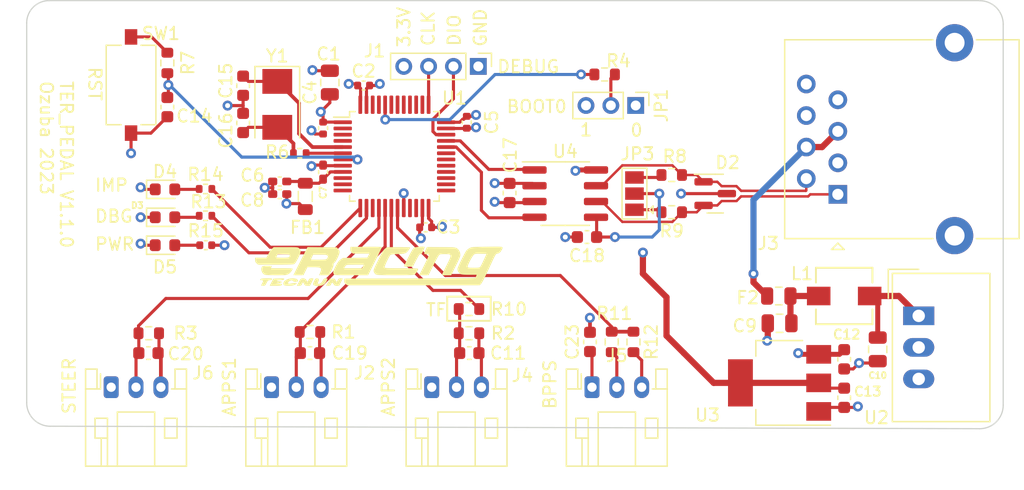
<source format=kicad_pcb>
(kicad_pcb (version 20221018) (generator pcbnew)
  (layers (0 "F.Cu" signal) (1 "In1.Cu" power "GND") (2 "In2.Cu" power "PWR") (31 "B.Cu" signal) (34 "B.Paste" user) (35 "F.Paste" user) (36 "B.SilkS" user "B.Silkscreen") (37 "F.SilkS" user "F.Silkscreen") (38 "B.Mask" user) (39 "F.Mask" user) (44 "Edge.Cuts" user))
  (net 0 "")
  (net 1 "+3.3V")
  (net 2 "GND")
  (net 3 "+3.3VADC")
  (net 4 "+5V")
  (net 5 "/MICRO/NRST")
  (net 6 "/MICRO/OSC_IN")
  (net 7 "Net-(C16-Pad1)")
  (net 8 "/CAN/VREF")
  (net 9 "/MICRO/STEER_ADC")
  (net 11 "/CAN/CAN+")
  (net 12 "/CAN/CAN-")
  (net 13 "Net-(D3-A)")
  (net 14 "Net-(D4-A)")
  (net 15 "Net-(D5-A)")
  (net 16 "+24V")
  (net 17 "/MICRO/SWDIO")
  (net 18 "/MICRO/SWCLK")
  (net 19 "/SENSORS/SENS_1")
  (net 20 "/SENSORS/SENS_2")
  (net 21 "/SENSORS/Brake")
  (net 22 "Net-(JP1-C)")
  (net 23 "Net-(JP3-A)")
  (net 24 "Net-(JP3-B)")
  (net 25 "/MICRO/BOOT0")
  (net 26 "/MICRO/OSC_OUT")
  (net 27 "/MICRO/APPS_2_ADC")
  (net 28 "/MICRO/BPPS_ADC")
  (net 29 "/DBG_LED")
  (net 30 "/IMP_LED")
  (net 48 "/CAN/CAN_RX")
  (net 49 "/CAN/CAN_TX")
  (net 56 "Net-(SW1-B)")
  (net 59 "Net-(C9-Pad1)")
  (net 60 "Net-(U2-Vin)")
  (footprint "Resistor_SMD:R_0603_1608Metric" (layer "F.Cu") (at 147 101.05 180)
    (fp_text reference "R10")
    (fp_text value "2k")
  )
  (footprint "LED_SMD:LED_0603_1608Metric" (layer "F.Cu") (at 122.5325 93.658)
    (fp_text reference "D3")
    (fp_text value "LED")
  )
  (footprint "LED_SMD:LED_0603_1608Metric" (layer "F.Cu") (at 122.5325 95.908)
    (fp_text reference "D5")
    (fp_text value "LED")
  )
  (footprint "Capacitor_SMD:C_0402_1005Metric" (layer "F.Cu") (at 138.52 83.039)
    (fp_text reference "C2")
    (fp_text value "100n")
  )
  (footprint "Capacitor_SMD:C_0603_1608Metric" (layer "F.Cu") (at 177.2 105.1 -90)
    (fp_text reference "C12")
    (fp_text value "10u")
  )
  (footprint "Resistor_SMD:R_0603_1608Metric" (layer "F.Cu") (at 158.49 103.7 90)
    (fp_text reference "R11")
    (fp_text value "4.7k")
  )
  (footprint "Capacitor_SMD:C_0603_1608Metric" (layer "F.Cu") (at 150.27 91.7 -90)
    (fp_text reference "C17")
    (fp_text value "100n")
  )
  (footprint "Capacitor_SMD:C_0603_1608Metric" (layer "F.Cu") (at 156.74 103.7 90)
    (fp_text reference "C23")
    (fp_text value "10u")
  )
  (footprint "Resistor_SMD:R_0402_1005Metric" (layer "F.Cu") (at 125.7925 93.5355)
    (fp_text reference "R13")
    (fp_text value "120R")
  )
  (footprint "Capacitor_SMD:C_0402_1005Metric_Pad0.74x0.62mm_HandSolder" (layer "F.Cu") (at 131.7675 90.772 180)
    (fp_text reference "C6")
    (fp_text value "10n")
  )
  (footprint "Connector_JST:JST_PH_S3B-PH-K_1x03_P2.00mm_Horizontal" (layer "F.Cu") (at 118.2 107.35)
    (fp_text reference "J6")
    (fp_text value "SteerSensor")
  )
  (footprint "MountingHole:MountingHole_2.2mm_M2" (layer "F.Cu") (at 165.6 99.2)
    (fp_text reference "H3" hide)
    (fp_text value "MountingHole")
  )
  (footprint "Package_TO_SOT_SMD:SOT-223-3_TabPin2" (layer "F.Cu") (at 172 107 180)
    (fp_text reference "U3")
    (fp_text value "LM1117MP-3.3")
  )
  (footprint "Capacitor_SMD:C_0805_2012Metric" (layer "F.Cu") (at 172 102.2 180)
    (fp_text reference "C9")
    (fp_text value "10 µF")
  )
  (footprint "MountingHole:MountingHole_2.2mm_M2" (layer "F.Cu") (at 165.6 79.4)
    (fp_text reference "H4" hide)
    (fp_text value "MountingHole")
  )
  (footprint "Resistor_SMD:R_0603_1608Metric" (layer "F.Cu") (at 163.32 90.25 180)
    (fp_text reference "R8")
    (fp_text value "50R")
  )
  (footprint "Jumper:SolderJumper-3_P1.3mm_Open_Pad1.0x1.5mm" (layer "F.Cu") (at 160.32 91.75 90)
    (fp_text reference "JP3")
    (fp_text value "TermEnable")
  )
  (footprint "Capacitor_SMD:C_0603_1608Metric" (layer "F.Cu") (at 156.5 95.25)
    (fp_text reference "C18")
    (fp_text value "4.7n")
  )
  (footprint "Capacitor_SMD:C_0603_1608Metric" (layer "F.Cu") (at 128.82 83.058 90)
    (fp_text reference "C15")
    (fp_text value "10p")
  )
  (footprint "Capacitor_SMD:C_0402_1005Metric" (layer "F.Cu") (at 125.8125 95.908)
    (fp_text reference "R15")
    (fp_text value "120R")
  )
  (footprint "Connector_JST:JST_PH_S3B-PH-K_1x03_P2.00mm_Horizontal" (layer "F.Cu") (at 144 107.35)
    (fp_text reference "J4")
    (fp_text value "APPS_2")
  )
  (footprint "Converter_DCDC:Converter_DCDC_TRACO_TSR-1_THT" (layer "F.Cu") (at 183.2 101.6 -90)
    (fp_text reference "U2")
    (fp_text value "TSR_1-2450")
  )
  (footprint "Resistor_SMD:R_0603_1608Metric" (layer "F.Cu") (at 163.32 93.25)
    (fp_text reference "R9")
    (fp_text value "50R")
  )
  (footprint "Capacitor_SMD:C_0805_2012Metric" (layer "F.Cu") (at 135.8 82.8 90)
    (fp_text reference "C1")
    (fp_text value "10u")
  )
  (footprint "Footprints:IND_TCK-141_TRP" (layer "F.Cu") (at 177.2 100 180)
    (fp_text reference "L1")
    (fp_text value "TCK-141")
  )
  (footprint "Inductor_SMD:L_0805_2012Metric" (layer "F.Cu") (at 133.825 91.975 -90)
    (fp_text reference "FB1")
    (fp_text value "120R")
  )
  (footprint "Capacitor_SMD:C_0402_1005Metric_Pad0.74x0.62mm_HandSolder" (layer "F.Cu") (at 131.7675 91.788 180)
    (fp_text reference "C8")
    (fp_text value "1u")
  )
  (footprint "Package_QFP:LQFP-48_7x7mm_P0.5mm" (layer "F.Cu") (at 141 88.75)
    (fp_text reference "U1")
    (fp_text value "STM32F103C8Tx")
  )
  (footprint "Connector_PinHeader_2.00mm:PinHeader_1x03_P2.00mm_Vertical" (layer "F.Cu") (at 160.42 84.65 -90)
    (fp_text reference "JP1")
    (fp_text value "BOOT0")
  )
  (footprint "Connector_RJ:RJ45_Ninigi_GE" (layer "F.Cu") (at 176.69 91.81 90)
    (fp_text reference "J3" hide)
    (fp_text value "RJ45_Shielded")
  )
  (footprint "Capacitor_SMD:C_0805_2012Metric" (layer "F.Cu") (at 179.9 104.3 -90)
    (fp_text reference "C10")
    (fp_text value "10 µF")
  )
  (footprint "Resistor_SMD:R_0402_1005Metric" (layer "F.Cu") (at 125.7925 91.3755)
    (fp_text reference "R14")
    (fp_text value "120R")
  )
  (footprint "Capacitor_SMD:C_0603_1608Metric" (layer "F.Cu") (at 147.025 104.6)
    (fp_text reference "C11")
    (fp_text value "10u")
  )
  (footprint "Package_SO:SOIC-8_3.9x4.9mm_P1.27mm" (layer "F.Cu") (at 154.75 91.75)
    (fp_text reference "U4")
    (fp_text value "SN65HVD230")
  )
  (footprint "Resistor_SMD:R_0402_1005Metric" (layer "F.Cu") (at 133.38 88.496 180)
    (fp_text reference "R6")
    (fp_text value "300R")
  )
  (footprint "Capacitor_SMD:C_0402_1005Metric_Pad0.74x0.62mm_HandSolder" (layer "F.Cu") (at 135.2565 90.02 90)
    (fp_text reference "C7")
    (fp_text value "1u")
  )
  (footprint "Capacitor_SMD:C_0603_1608Metric" (layer "F.Cu") (at 121.2 104.6)
    (fp_text reference "C20")
    (fp_text value "10u")
  )
  (footprint "Resistor_SMD:R_0603_1608Metric" (layer "F.Cu") (at 157.92 82.15 180)
    (fp_text reference "R4")
    (fp_text value "10k")
  )
  (footprint "Resistor_SMD:R_0603_1608Metric" (layer "F.Cu") (at 122.721 81.222 -90)
    (fp_text reference "R7")
    (fp_text value "100R")
  )
  (footprint "Resistor_SMD:R_0603_1608Metric" (layer "F.Cu") (at 134.2 102.9 180)
    (fp_text reference "R1")
    (fp_text value "10k")
  )
  (footprint "Logo:eracingLogo" (layer "F.Cu") (at 139.75 97.6)
    (fp_text reference "G***" hide)
    (fp_text value "LOGO" hide)
  )
  (footprint "Resistor_SMD:R_0603_1608Metric" (layer "F.Cu") (at 147 103 180)
    (fp_text reference "R2")
    (fp_text value "10k")
  )
  (footprint "MountingHole:MountingHole_2.2mm_M2" (layer "F.Cu") (at 114.4 79.2)
    (fp_text reference "H1" hide)
    (fp_text value "MountingHole")
  )
  (footprint "Capacitor_SMD:C_0603_1608Metric" (layer "F.Cu") (at 128.82 86.058 90)
    (fp_text reference "C16")
    (fp_text value "10p")
  )
  (footprint "Capacitor_SMD:C_0402_1005Metric" (layer "F.Cu") (at 135.2565 86.468 -90)
    (fp_text reference "C4")
    (fp_text value "100n")
  )
  (footprint "Capacitor_SMD:C_0603_1608Metric" (layer "F.Cu") (at 134.2 104.6)
    (fp_text reference "C19")
    (fp_text value "10u")
  )
  (footprint "Fuse:Fuse_0805_2012Metric" (layer "F.Cu") (at 171.9375 100)
    (fp_text reference "F2")
    (fp_text value "500ma")
  )
  (footprint "Connector_JST:JST_PH_S3B-PH-K_1x03_P2.00mm_Horizontal" (layer "F.Cu") (at 156.9 107.35)
    (fp_text reference "J5")
    (fp_text value "BPPS_1")
  )
  (footprint "Capacitor_SMD:C_0402_1005Metric" (layer "F.Cu") (at 146.82 86 -90)
    (fp_text reference "C5")
    (fp_text value "100n")
  )
  (footprint "MountingHole:MountingHole_2.2mm_M2" (layer "F.Cu") (at 114.4 99.8)
    (fp_text reference "H2" hide)
    (fp_text value "MountingHole")
  )
  (footprint "Button_Switch_SMD:SW_Tactile_SPST_NO_Straight_CK_PTS636Sx25SMTRLFS" (layer "F.Cu") (at 119.8 83 90)
    (fp_text reference "SW1")
    (fp_text value "RST")
  )
  (footprint "Crystal:Crystal_SMD_5032-2Pin_5.0x3.2mm" (layer "F.Cu") (at 131.57 84.558 -90)
    (fp_text reference "Y1")
    (fp_text value "8mHz")
  )
  (footprint "LED_SMD:LED_0603_1608Metric" (layer "F.Cu") (at 122.5325 91.408)
    (fp_text reference "D4")
    (fp_text value "LED")
  )
  (footprint "Resistor_SMD:R_0603_1608Metric" (layer "F.Cu") (at 121.225 103 180)
    (fp_text reference "R3")
    (fp_text value "10k")
  )
  (footprint "Connector_PinHeader_2.00mm:PinHeader_1x04_P2.00mm_Vertical" (layer "F.Cu") (at 147.75 81.5 -90)
    (fp_text reference "J1")
    (fp_text value "DEBUG")
  )
  (footprint "Package_TO_SOT_SMD:SOT-23" (layer "F.Cu") (at 166.82 91.75)
    (fp_text reference "D2")
    (fp_text value "NUP2105L")
  )
  (footprint "Connector_JST:JST_PH_S3B-PH-K_1x03_P2.00mm_Horizontal" (layer "F.Cu") (at 131.1 107.35)
    (fp_text reference "J2")
    (fp_text value "APPS_1")
  )
  (footprint "Capacitor_SMD:C_0603_1608Metric" (layer "F.Cu") (at 177.2 108.2 -90)
    (fp_text reference "C13")
    (fp_text value "10u")
  )
  (footprint "Capacitor_SMD:C_0603_1608Metric" (layer "F.Cu") (at 122.721 84.778 -90)
    (fp_text reference "C14")
    (fp_text value "100n")
  )
  (footprint "Resistor_SMD:R_0603_1608Metric" (layer "F.Cu") (at 160.24 103.7 -90)
    (fp_text reference "R12")
    (fp_text value "9.1k")
  )
  (footprint "Capacitor_SMD:C_0402_1005Metric" (layer "F.Cu") (at 143.5115 94.469 180)
    (fp_text reference "C3")
    (fp_text value "100n")
  )
  (gr_rect (start 145.25 100.05) (end 148.75 102) (stroke (width 0.15)) (fill none) (layer "F.SilkS"))
  (gr_line (start 111.4 78) (end 111.4 108.6) (stroke (width 0.1)) (layer "Edge.Cuts"))
  (gr_arc (start 111.4 78) (mid 111.927208 76.727208) (end 113.2 76.2) (stroke (width 0.1)) (layer "Edge.Cuts"))
  (gr_line (start 113.2 76.2) (end 188.107912 76.2) (stroke (width 0.1)) (layer "Edge.Cuts"))
  (gr_line (start 188.107912 110.692088) (end 113.292088 110.492088) (stroke (width 0.1)) (layer "Edge.Cuts"))
  (gr_line (start 190 78.1) (end 190 108.8) (stroke (width 0.1)) (layer "Edge.Cuts"))
  (gr_arc (start 113.292088 110.492088) (mid 111.95418 109.937908) (end 111.4 108.6) (stroke (width 0.1)) (layer "Edge.Cuts"))
  (gr_arc (start 190 108.8) (mid 189.44582 110.137908) (end 188.107912 110.692088) (stroke (width 0.1)) (layer "Edge.Cuts"))
  (gr_arc (start 188.107912 76.207912) (mid 189.44581 76.762096) (end 190 78.1) (stroke (width 0.1)) (layer "Edge.Cuts"))
  (gr_text "PWR\n" (at 116.82 96.408) (layer "F.SilkS") (effects (font (size 1 1)) (justify left bottom)))
  (gr_text "IMP" (at 116.82 91.658) (layer "F.SilkS") (effects (font (size 1 1)) (justify left bottom)))
  (gr_text "DBG" (at 116.82 94.158) (layer "F.SilkS") (effects (font (size 1 1)) (justify left bottom)))
  (gr_text "APPS1" (at 128.3 109.8 90) (layer "F.SilkS") (effects (font (size 1 1)) (justify left bottom)))
  (gr_text "0" (at 159.91 87.23) (layer "F.SilkS") (effects (font (size 1 1)) (justify left bottom)))
  (gr_text "GND" (at 148.5 80 90) (layer "F.SilkS") (effects (font (size 1 1)) (justify left bottom)))
  (gr_text "STEER" (at 115.4 109.6 90) (layer "F.SilkS") (effects (font (size 1 1)) (justify left bottom)))
  (gr_text "TF" (at 143.45 101.7) (layer "F.SilkS") (effects (font (size 1 1)) (justify left bottom)))
  (gr_text "TER_PEDAL V1.1.0\nOzuba 2023" (at 112.4 82.6 270) (layer "F.SilkS") (effects (font (size 1 1)) (justify left bottom)))
  (gr_text "APPS2" (at 141.1 109.8 90) (layer "F.SilkS") (effects (font (size 1 1)) (justify left bottom)))
  (gr_text "BPPS" (at 154.1 109.2 90) (layer "F.SilkS") (effects (font (size 1 1)) (justify left bottom)))
  (gr_text "CLK" (at 144.3 79.95 90) (layer "F.SilkS") (effects (font (size 1 1)) (justify left bottom)))
  (gr_text "DIO" (at 146.4 79.95 90) (layer "F.SilkS") (effects (font (size 1 1)) (justify left bottom)))
  (gr_text "3.3V" (at 142.35 80.05 90) (layer "F.SilkS") (effects (font (size 1 1)) (justify left bottom)))
  (gr_text "RST" (at 116.3 81.45 -90) (layer "F.SilkS") (effects (font (size 1 1)) (justify left bottom)))
  (gr_text "DEBUG\n" (at 149.2 82.1) (layer "F.SilkS") (effects (font (size 1 1)) (justify left bottom)))
  (gr_text "1" (at 155.85 87.2) (layer "F.SilkS") (effects (font (size 1 1)) (justify left bottom)))
  (gr_text "BOOT0" (at 149.95 85.32) (layer "F.SilkS") (effects (font (size 1 1)) (justify left bottom)))
  (segment (start 143.9915 93.9915) (end 143.75 93.75) (width 0.25) (layer "F.Cu") (net 1))
  (segment (start 166.7 107) (end 164.3 104.6) (width 0.5) (layer "F.Cu") (net 1))
  (segment (start 145.1625 86) (end 146.25 86) (width 0.25) (layer "F.Cu") (net 1))
  (segment (start 135.2565 85.988) (end 136.8255 85.988) (width 0.25) (layer "F.Cu") (net 1))
  (segment (start 132.335 92.5275) (end 132.3075 92.555) (width 0.25) (layer "F.Cu") (net 1))
  (segment (start 138.275 83.274) (end 138.275 84.25) (width 0.25) (layer "F.Cu") (net 1))
  (segment (start 135.2565 85.988) (end 135.2565 85.3445) (width 0.25) (layer "F.Cu") (net 1))
  (segment (start 143.9915 94.469) (end 144.759 94.469) (width 0.25) (layer "F.Cu") (net 1))
  (segment (start 146.25 86) (end 146.5 85.75) (width 0.25) (layer "F.Cu") (net 1))
  (segment (start 132.3075 92.555) (end 133.3425 92.555) (width 0.25) (layer "F.Cu") (net 1))
  (segment (start 147.458 85.52) (end 147.57 85.408) (width 0.25) (layer "F.Cu") (net 1))
  (segment (start 162.9 100.1) (end 161 98.2) (width 0.5) (layer "F.Cu") (net 1))
  (segment (start 146.5 85.75) (end 146.59 85.75) (width 0.25) (layer "F.Cu") (net 1))
  (segment (start 135.2565 85.3445) (end 135.07 85.158) (width 0.25) (layer "F.Cu") (net 1))
  (segment (start 135.8 83.75) (end 135.8 84.428) (width 0.25) (layer "F.Cu") (net 1))
  (segment (start 144.759 94.469) (end 144.82 94.408) (width 0.25) (layer "F.Cu") (net 1))
  (segment (start 137.909 82.908) (end 138.04 83.039) (width 0.25) (layer "F.Cu") (net 1))
  (segment (start 146.82 85.52) (end 147.458 85.52) (width 0.25) (layer "F.Cu") (net 1))
  (segment (start 137.32 82.908) (end 137.909 82.908) (width 0.25) (layer "F.Cu") (net 1))
  (segment (start 175.575 107.425) (end 175.15 107) (width 0.25) (layer "F.Cu") (net 1))
  (segment (start 162.9 103.2) (end 162.9 100.1) (width 0.5) (layer "F.Cu") (net 1))
  (segment (start 164.3 104.6) (end 162.9 103.2) (width 0.5) (layer "F.Cu") (net 1))
  (segment (start 143.75 93.75) (end 143.75 92.9125) (width 0.25) (layer "F.Cu") (net 1))
  (segment (start 138.04 83.039) (end 138.275 83.274) (width 0.25) (layer "F.Cu") (net 1))
  (segment (start 161 98.2) (end 161 96.5) (width 0.5) (layer "F.Cu") (net 1))
  (segment (start 149.137 92.475) (end 149.07 92.408) (width 0.25) (layer "F.Cu") (net 1))
  (segment (start 146.59 85.75) (end 146.82 85.52) (width 0.25) (layer "F.Cu") (net 1))
  (segment (start 126.2925 95.908) (end 127.32 95.908) (width 0.25) (layer "F.Cu") (net 1))
  (segment (start 152.185 92.475) (end 152.275 92.385) (width 0.25) (layer "F.Cu") (net 1))
  (segment (start 168.85 107) (end 175.15 107) (width 0.5) (layer "F.Cu") (net 1))
  (segment (start 150.27 92.475) (end 149.137 92.475) (width 0.25) (layer "F.Cu") (net 1))
  (segment (start 136.8255 85.988) (end 136.8375 86) (width 0.25) (layer "F.Cu") (net 1))
  (segment (start 177.2 107.425) (end 175.575 107.425) (width 0.25) (layer "F.Cu") (net 1))
  (segment (start 132.335 91.788) (end 132.335 92.5275) (width 0.25) (layer "F.Cu") (net 1))
  (segment (start 135.8 84.428) (end 135.07 85.158) (width 0.25) (layer "F.Cu") (net 1))
  (segment (start 168.85 107) (end 166.7 107) (width 0.5) (layer "F.Cu") (net 1))
  (segment (start 150.27 92.475) (end 152.185 92.475) (width 0.25) (layer "F.Cu") (net 1))
  (segment (start 143.9915 94.469) (end 143.9915 93.9915) (width 0.25) (layer "F.Cu") (net 1))
  (segment (start 133.3425 92.555) (end 133.825 93.0375) (width 0.25) (layer "F.Cu") (net 1))
  (via (at 132.3075 92.555) (size 0.8) (drill 0.4) (layers "F.Cu" "B.Cu") (net 1))
  (via (at 127.32 95.908) (size 0.8) (drill 0.4) (layers "F.Cu" "B.Cu") (net 1))
  (via (at 147.57 85.408) (size 0.8) (drill 0.4) (layers "F.Cu" "B.Cu") (net 1))
  (via (at 149.07 92.408) (size 0.8) (drill 0.4) (layers "F.Cu" "B.Cu") (net 1))
  (via (at 144.82 94.408) (size 0.8) (drill 0.4) (layers "F.Cu" "B.Cu") (net 1))
  (via (at 135.07 85.158) (size 0.8) (drill 0.4) (layers "F.Cu" "B.Cu") (net 1))
  (via (at 137.32 82.908) (size 0.8) (drill 0.4) (layers "F.Cu" "B.Cu") (net 1))
  (via (at 161 96.5) (size 0.8) (drill 0.4) (layers "F.Cu" "B.Cu") (net 1))
  (segment (start 131.2 91.275) (end 130.5575 91.275) (width 0.25) (layer "F.Cu") (net 2))
  (segment (start 143.0315 94.469) (end 143.25 94.2505) (width 0.25) (layer "F.Cu") (net 2))
  (segment (start 135.2565 89.4525) (end 134.401 89.4525) (width 0.25) (layer "F.Cu") (net 2))
  (segment (start 135.1 107.35) (end 135.1 104.725) (width 0.25) (layer "F.Cu") (net 2))
  (segment (start 175.475 108.975) (end 175.15 109.3) (width 0.25) (layer "F.Cu") (net 2))
  (segment (start 177.2 108.975) (end 175.475 108.975) (width 0.25) (layer "F.Cu") (net 2))
  (segment (start 155.633 89.845) (end 155.57 89.908) (width 0.4) (layer "F.Cu") (net 2))
  (segment (start 135.2565 89.4525) (end 135.304 89.5) (width 0.25) (layer "F.Cu") (net 2))
  (segment (start 152.085 90.925) (end 152.275 91.115) (width 0.25) (layer "F.Cu") (net 2))
  (segment (start 147.8 104.6) (end 147.8 103.025) (width 0.25) (layer "F.Cu") (net 2))
  (segment (start 141.75 91.726761) (end 141.747291 91.724052) (width 0.25) (layer "F.Cu") (net 2))
  (segment (start 178.4 105.4) (end 179.75 105.4) (width 0.25) (layer "F.Cu") (net 2))
  (segment (start 156.74 101.764284) (end 156.731125 101.755409) (width 0.3) (layer "F.Cu") (net 2))
  (segment (start 135.8 81.85) (end 134.45 81.85) (width 0.25) (layer "F.Cu") (net 2))
  (segment (start 121.745 95.908) (end 120.6975 95.908) (width 0.25) (layer "F.Cu") (net 2))
  (segment (start 171.05 103.55) (end 171 103.6) (width 0.5) (layer "F.Cu") (net 2))
  (segment (start 120.6975 95.908) (end 120.57 95.7805) (width 0.25) (layer "F.Cu") (net 2))
  (segment (start 146.8 86.5) (end 146.82 86.48) (width 0.25) (layer "F.Cu") (net 2))
  (segment (start 122.05 103) (end 122.05 104.525) (width 0.25) (layer "F.Cu") (net 2))
  (segment (start 135.1 104.725) (end 134.975 104.6) (width 0.25) (layer "F.Cu") (net 2))
  (segment (start 122.2 107.35) (end 122.2 104.825) (width 0.3) (layer "F.Cu") (net 2))
  (segment (start 177.2 105.875) (end 177.925 105.875) (width 0.25) (layer "F.Cu") (net 2))
  (segment (start 134.975 102.95) (end 135.025 102.9) (width 0.25) (layer "F.Cu") (net 2))
  (segment (start 134.61 86.948) (end 134.32 86.658) (width 0.25) (layer "F.Cu") (net 2))
  (segment (start 150.27 90.925) (end 152.085 90.925) (width 0.25) (layer "F.Cu") (net 2))
  (segment (start 160.9 107.35) (end 160.9 105.185) (width 0.25) (layer "F.Cu") (net 2))
  (segment (start 171.05 102.2) (end 171.05 103.55) (width 0.5) (layer "F.Cu") (net 2))
  (segment (start 177.925 105.875) (end 178.4 105.4) (width 0.25) (layer "F.Cu") (net 2))
  (segment (start 121.745 91.408) (end 120.73 91.408) (width 0.25) (layer "F.Cu") (net 2))
  (segment (start 138.75 83.289) (end 138.75 84.5875) (width 0.25) (layer "F.Cu") (net 2))
  (segment (start 148 104.8) (end 147.8 104.6) (width 0.25) (layer "F.Cu") (net 2))
  (segment (start 145.1625 86.5) (end 146.8 86.5) (width 0.25) (layer "F.Cu") (net 2))
  (segment (start 128.82 84.658) (end 128.82 85.283) (width 0.25) (layer "F.Cu") (net 2))
  (segment (start 148 107.35) (end 148 104.8) (width 0.25) (layer "F.Cu") (net 2))
  (segment (start 147.8 103.025) (end 147.825 103) (width 0.25) (layer "F.Cu") (net 2))
  (segment (start 155.725 95.25) (end 154.75 95.25) (width 0.25) (layer "F.Cu") (net 2))
  (segment (start 143.0315 95.256902) (end 143.126299 95.351701) (width 0.25) (layer "F.Cu") (net 2))
  (segment (start 121.745 93.658) (end 120.57 93.658) (width 0.25) (layer "F.Cu") (net 2))
  (segment (start 122.2 104.825) (end 121.975 104.6) (width 0.3) (layer "F.Cu") (net 2))
  (segment (start 141.75 92.9125) (end 141.75 91.726761) (width 0.25) (layer "F.Cu") (net 2))
  (segment (start 119.8 86.875) (end 119.8 88.5) (width 0.25) (layer "F.Cu") (net 2))
  (segment (start 139 83.039) (end 138.75 83.289) (width 0.25) (layer "F.Cu") (net 2))
  (segment (start 131.2 91.788) (end 131.2 91.275) (width 0.25) (layer "F.Cu") (net 2))
  (segment (start 135.2565 86.948) (end 134.61 86.948) (width 0.25) (layer "F.Cu") (net 2))
  (segment (start 156.74 102.925) (end 156.74 101.764284) (width 0.3) (layer "F.Cu") (net 2))
  (segment (start 121.399 86.875) (end 119.8 86.875) (width 0.25) (layer "F.Cu") (net 2))
  (segment (start 128.82 84.658) (end 127.57 84.658) (width 0.25) (layer "F.Cu") (net 2))
  (segment (start 146.82 86.48) (end 147.498 86.48) (width 0.25) (layer "F.Cu") (net 2))
  (segment (start 177.2 108.975) (end 178.225 108.975) (width 0.25) (layer "F.Cu") (net 2))
  (segment (start 178.225 108.975) (end 178.3 108.9) (width 0.25) (layer "F.Cu") (net 2))
  (segment (start 135.304 89.5) (end 136.8375 89.5) (width 0.25) (layer "F.Cu") (net 2))
  (segment (start 150.27 90.925) (end 149.087 90.925) (width 0.25) (layer "F.Cu") (net 2))
  (segment (start 122.721 85.553) (end 121.399 86.875) (width 0.25) (layer "F.Cu") (net 2))
  (segment (start 167.7575 91.75) (end 164.07 91.75) (width 0.25) (layer "F.Cu") (net 2))
  (segment (start 139 83.039) (end 139.689 83.039) (width 0.25) (layer "F.Cu") (net 2))
  (segment (start 134.45 81.85) (end 134.4 81.8) (width 0.25) (layer "F.Cu") (net 2))
  (segment (start 149.087 90.925) (end 149.07 90.908) (width 0.25) (layer "F.Cu") (net 2))
  (segment (start 143.25 94.2505) (end 143.25 92.9125) (width 0.25) (layer "F.Cu") (net 2))
  (segment (start 139.689 83.039) (end 139.82 82.908) (width 0.25) (layer "F.Cu") (net 2))
  (segment (start 147.498 86.48) (end 147.57 86.408) (width 0.25) (layer "F.Cu") (net 2))
  (segment (start 157.225 89.845) (end 155.633 89.845) (width 0.4) (layer "F.Cu") (net 2))
  (segment (start 179.75 105.4) (end 179.9 105.25) (width 0.25) (layer "F.Cu") (net 2))
  (segment (start 143.0315 94.469) (end 143.0315 95.256902) (width 0.25) (layer "F.Cu") (net 2))
  (segment (start 131.2 91.275) (end 131.2 90.772) (width 0.25) (layer "F.Cu") (net 2))
  (segment (start 160.9 105.185) (end 160.24 104.525) (width 0.25) (layer "F.Cu") (net 2))
  (segment (start 134.975 104.6) (end 134.975 102.95) (width 0.25) (layer "F.Cu") (net 2))
  (segment (start 134.401 89.4525) (end 134.32 89.5335) (width 0.25) (layer "F.Cu") (net 2))
  (segment (start 128.82 83.833) (end 128.82 84.658) (width 0.25) (layer "F.Cu") (net 2))
  (segment (start 120.73 91.408) (end 120.57 91.248) (width 0.25) (layer "F.Cu") (net 2))
  (segment (start 122.05 104.525) (end 121.975 104.6) (width 0.25) (layer "F.Cu") (net 2))
  (via (at 171 103.6) (size 0.8) (drill 0.4) (layers "F.Cu" "B.Cu") (net 2))
  (via (at 164.07 91.75) (size 0.8) (drill 0.4) (layers "F.Cu" "B.Cu") (net 2))
  (via (at 127.57 84.658) (size 0.8) (drill 0.4) (layers "F.Cu" "B.Cu") (net 2))
  (via (at 149.07 90.908) (size 0.8) (drill 0.4) (layers "F.Cu" "B.Cu") (net 2))
  (via (at 119.8 88.5) (size 0.8) (drill 0.4) (layers "F.Cu" "B.Cu") (net 2))
  (via (at 178.4 105.4) (size 0.8) (drill 0.4) (layers "F.Cu" "B.Cu") (net 2))
  (via (at 156.731125 101.755409) (size 0.8) (drill 0.4) (layers "F.Cu" "B.Cu") (net 2))
  (via (at 147.57 86.408) (size 0.8) (drill 0.4) (layers "F.Cu" "B.Cu") (net 2))
  (via (at 120.57 91.248) (size 0.8) (drill 0.4) (layers "F.Cu" "B.Cu") (net 2))
  (via (at 178.3 108.9) (size 0.8) (drill 0.4) (layers "F.Cu" "B.Cu") (net 2))
  (via (at 154.75 95.25) (size 0.8) (drill 0.4) (layers "F.Cu" "B.Cu") (net 2))
  (via (at 134.32 89.5335) (size 0.8) (drill 0.4) (layers "F.Cu" "B.Cu") (net 2))
  (via (at 155.57 89.908) (size 0.8) (drill 0.4) (layers "F.Cu" "B.Cu") (net 2))
  (via (at 120.57 95.7805) (size 0.8) (drill 0.4) (layers "F.Cu" "B.Cu") (net 2))
  (via (at 134.4 81.8) (size 0.8) (drill 0.4) (layers "F.Cu" "B.Cu") (net 2))
  (via (at 120.57 93.658) (size 0.8) (drill 0.4) (layers "F.Cu" "B.Cu") (net 2))
  (via (at 143.126299 95.351701) (size 0.8) (drill 0.4) (layers "F.Cu" "B.Cu") (net 2))
  (via (at 139.82 82.908) (size 0.8) (drill 0.4) (layers "F.Cu" "B.Cu") (net 2))
  (via (at 141.747291 91.724052) (size 0.8) (drill 0.4) (layers "F.Cu" "B.Cu") (net 2))
  (via (at 134.32 86.658) (size 0.8) (drill 0.4) (layers "F.Cu" "B.Cu") (net 2))
  (via (at 130.5575 91.275) (size 0.8) (drill 0.4) (layers "F.Cu" "B.Cu") (net 2))
  (segment (start 134.9315 90.9125) (end 135.2565 90.5875) (width 0.25) (layer "F.Cu") (net 3))
  (segment (start 136.8375 90) (end 135.844 90) (width 0.25) (layer "F.Cu") (net 3))
  (segment (start 133.6845 90.772) (end 133.825 90.9125) (width 0.25) (layer "F.Cu") (net 3))
  (segment (start 132.335 90.772) (end 133.6845 90.772) (width 0.25) (layer "F.Cu") (net 3))
  (segment (start 133.825 90.9125) (end 134.9315 90.9125) (width 0.25) (layer "F.Cu") (net 3))
  (segment (start 135.844 90) (end 135.2565 90.5875) (width 0.25) (layer "F.Cu") (net 3))
  (segment (start 173.6 104.7) (end 173.5 104.6) (width 0.4) (layer "F.Cu") (net 4))
  (segment (start 175.15 104.7) (end 173.6 104.7) (width 0.4) (layer "F.Cu") (net 4))
  (segment (start 175.15 104.7) (end 176.825 104.7) (width 0.4) (layer "F.Cu") (net 4))
  (segment (start 156.9 107.35) (end 156.9 104.635) (width 0.25) (layer "F.Cu") (net 4))
  (segment (start 176.825 104.7) (end 177.2 104.325) (width 0.4) (layer "F.Cu") (net 4))
  (segment (start 156.9 104.635) (end 156.74 104.475) (width 0.25) (layer "F.Cu") (net 4))
  (via (at 173.5 104.6) (size 0.8) (drill 0.4) (layers "F.Cu" "B.Cu") (net 4))
  (segment (start 138.02287 89) (end 138.027429 89.004559) (width 0.25) (layer "F.Cu") (net 5))
  (segment (start 136.8375 89) (end 138.02287 89) (width 0.25) (layer "F.Cu") (net 5))
  (segment (start 122.8 82.126) (end 122.721 82.047) (width 0.25) (layer "F.Cu") (net 5))
  (segment (start 122.8 83) (end 122.8 82.126) (width 0.25) (layer "F.Cu") (net 5))
  (segment (start 122.8 83.924) (end 122.721 84.003) (width 0.25) (layer "F.Cu") (net 5))
  (segment (start 122.8 83) (end 122.8 83.924) (width 0.25) (layer "F.Cu") (net 5))
  (via (at 138.027429 89.004559) (size 0.8) (drill 0.4) (layers "F.Cu" "B.Cu") (net 5))
  (via (at 122.8 83) (size 0.8) (drill 0.4) (layers "F.Cu" "B.Cu") (net 5))
  (segment (start 128.7085 88.8085) (end 122.9 83) (width 0.25) (layer "B.Cu") (net 5))
  (segment (start 122.9 83) (end 122.8 83) (width 0.25) (layer "B.Cu") (net 5))
  (segment (start 138.027429 89.004559) (end 137.83137 88.8085) (width 0.25) (layer "B.Cu") (net 5))
  (segment (start 137.83137 88.8085) (end 128.7085 88.8085) (width 0.25) (layer "B.Cu") (net 5))
  (segment (start 134.399893 88) (end 133.32 86.920107) (width 0.3) (layer "F.Cu") (net 6))
  (segment (start 133.32 84.458) (end 131.57 82.708) (width 0.3) (layer "F.Cu") (net 6))
  (segment (start 133.32 86.920107) (end 133.32 84.458) (width 0.3) (layer "F.Cu") (net 6))
  (segment (start 136.8375 88) (end 134.399893 88) (width 0.3) (layer "F.Cu") (net 6))
  (segment (start 129.245 82.708) (end 131.57 82.708) (width 0.25) (layer "F.Cu") (net 6))
  (segment (start 128.82 82.283) (end 129.245 82.708) (width 0.25) (layer "F.Cu") (net 6))
  (segment (start 129.245 86.408) (end 131.57 86.408) (width 0.25) (layer "F.Cu") (net 7))
  (segment (start 128.82 86.833) (end 129.245 86.408) (width 0.25) (layer "F.Cu") (net 7))
  (segment (start 132.87 87.708) (end 131.57 86.408) (width 0.3) (layer "F.Cu") (net 7))
  (segment (start 132.87 88.496) (end 132.87 87.708) (width 0.3) (layer "F.Cu") (net 7))
  (segment (start 158.75 95.25) (end 157.025 95.25) (width 0.25) (layer "F.Cu") (net 8))
  (segment (start 157.275 95.25) (end 157.275 93.705) (width 0.25) (layer "F.Cu") (net 8))
  (segment (start 160.32 91.75) (end 162.32 91.75) (width 0.25) (layer "F.Cu") (net 8))
  (segment (start 157.275 93.705) (end 157.225 93.655) (width 0.25) (layer "F.Cu") (net 8))
  (via (at 162.32 91.75) (size 0.8) (drill 0.4) (layers "F.Cu" "B.Cu") (net 8))
  (via (at 158.75 95.25) (size 0.8) (drill 0.4) (layers "F.Cu" "B.Cu") (net 8))
  (segment (start 161.75 95.25) (end 162.32 94.68) (width 0.25) (layer "B.Cu") (net 8))
  (segment (start 158.75 95.25) (end 161.75 95.25) (width 0.25) (layer "B.Cu") (net 8))
  (segment (start 162.32 94.68) (end 162.32 91.75) (width 0.25) (layer "B.Cu") (net 8))
  (segment (start 120.425 104.6) (end 120.425 103.025) (width 0.25) (layer "F.Cu") (net 9))
  (segment (start 122.6 100.2) (end 120.4 102.4) (width 0.25) (layer "F.Cu") (net 9))
  (segment (start 120.2 104.825) (end 120.425 104.6) (width 0.25) (layer "F.Cu") (net 9))
  (segment (start 139.75 92.9125) (end 139.75 94.5) (width 0.25) (layer "F.Cu") (net 9))
  (segment (start 134.05 100.2) (end 122.6 100.2) (width 0.25) (layer "F.Cu") (net 9))
  (segment (start 120.2 107.35) (end 120.2 104.825) (width 0.25) (layer "F.Cu") (net 9))
  (segment (start 139.75 94.5) (end 134.05 100.2) (width 0.25) (layer "F.Cu") (net 9))
  (segment (start 120.425 103.025) (end 120.4 103) (width 0.25) (layer "F.Cu") (net 9))
  (segment (start 120.4 102.4) (end 120.4 103) (width 0.25) (layer "F.Cu") (net 9))
  (segment (start 174.116801 91.525) (end 174.15 91.491801) (width 0.2) (layer "F.Cu") (net 11))
  (segment (start 174.15 91.491801) (end 174.15 90.54) (width 0.2) (layer "F.Cu") (net 11))
  (segment (start 157.705 91.115) (end 159.345 89.475) (width 0.2) (layer "F.Cu") (net 11))
  (segment (start 168.906396 91.525) (end 174.116801 91.525) (width 0.2) (layer "F.Cu") (net 11))
  (segment (start 166.988751 90.8) (end 167.338751 91.15) (width 0.2) (layer "F.Cu") (net 11))
  (segment (start 163.37 89.475) (end 159.345 89.475) (width 0.2) (layer "F.Cu") (net 11))
  (segment (start 164.145 90.25) (end 165.3325 90.25) (width 0.2) (layer "F.Cu") (net 11))
  (segment (start 164.145 90.25) (end 163.37 89.475) (width 0.2) (layer "F.Cu") (net 11))
  (segment (start 165.3325 90.25) (end 165.8825 90.8) (width 0.2) (layer "F.Cu") (net 11))
  (segment (start 168.531396 91.15) (end 168.906396 91.525) (width 0.2) (layer "F.Cu") (net 11))
  (segment (start 157.225 91.115) (end 157.705 91.115) (width 0.2) (layer "F.Cu") (net 11))
  (segment (start 165.8825 90.8) (end 166.988751 90.8) (width 0.2) (layer "F.Cu") (net 11))
  (segment (start 167.338751 91.15) (end 168.531396 91.15) (width 0.2) (layer "F.Cu") (net 11))
  (segment (start 164.145 93.25) (end 163.37 94.025) (width 0.2) (layer "F.Cu") (net 12))
  (segment (start 174.303199 91.975) (end 174.468199 91.81) (width 0.2) (layer "F.Cu") (net 12))
  (segment (start 157.225 92.385) (end 157.705 92.385) (width 0.2) (layer "F.Cu") (net 12))
  (segment (start 157.705 92.385) (end 159.345 94.025) (width 0.2) (layer "F.Cu") (net 12))
  (segment (start 168.906396 91.975) (end 174.303199 91.975) (width 0.2) (layer "F.Cu") (net 12))
  (segment (start 174.468199 91.81) (end 176.69 91.81) (width 0.2) (layer "F.Cu") (net 12))
  (segment (start 163.37 94.025) (end 159.345 94.025) (width 0.2) (layer "F.Cu") (net 12))
  (segment (start 166.988751 92.7) (end 167.338751 92.35) (width 0.2) (layer "F.Cu") (net 12))
  (segment (start 167.338751 92.35) (end 168.531396 92.35) (width 0.2) (layer "F.Cu") (net 12))
  (segment (start 164.145 93.25) (end 165.3325 93.25) (width 0.2) (layer "F.Cu") (net 12))
  (segment (start 168.531396 92.35) (end 168.906396 91.975) (width 0.2) (layer "F.Cu") (net 12))
  (segment (start 165.3325 93.25) (end 165.8825 92.7) (width 0.2) (layer "F.Cu") (net 12))
  (segment (start 165.8825 92.7) (end 166.988751 92.7) (width 0.2) (layer "F.Cu") (net 12))
  (segment (start 125.16 93.658) (end 125.2825 93.5355) (width 0.25) (layer "F.Cu") (net 13))
  (segment (start 123.32 93.658) (end 125.16 93.658) (width 0.25) (layer "F.Cu") (net 13))
  (segment (start 123.32 91.408) (end 125.25 91.408) (width 0.25) (layer "F.Cu") (net 14))
  (segment (start 125.25 91.408) (end 125.2825 91.3755) (width 0.25) (layer "F.Cu") (net 14))
  (segment (start 123.32 95.908) (end 125.3325 95.908) (width 0.25) (layer "F.Cu") (net 15))
  (segment (start 174.15 88) (end 175.42 88) (width 0.5) (layer "F.Cu") (net 16))
  (segment (start 175.42 88) (end 176.69 86.73) (width 0.5) (layer "F.Cu") (net 16))
  (segment (start 169.9 98.2) (end 169.9 98.9) (width 0.5) (layer "F.Cu") (net 16))
  (segment (start 169.9 98.9) (end 171 100) (width 0.5) (layer "F.Cu") (net 16))
  (via (at 169.9 98.2) (size 0.8) (drill 0.4) (layers "F.Cu" "B.Cu") (net 16))
  (segment (start 169.9 92.25) (end 174.15 88) (width 0.5) (layer "B.Cu") (net 16))
  (segment (start 169.9 98.2) (end 169.9 92.25) (width 0.5) (layer "B.Cu") (net 16))
  (segment (start 144.359315 87) (end 145.1625 87) (width 0.25) (layer "F.Cu") (net 17))
  (segment (start 145.75 81.5) (end 145.75 84.109315) (width 0.25) (layer "F.Cu") (net 17))
  (segment (start 145.75 84.109315) (end 144.1 85.759315) (width 0.25) (layer "F.Cu") (net 17))
  (segment (start 144.1 86.740685) (end 144.359315 87) (width 0.25) (layer "F.Cu") (net 17))
  (segment (start 144.1 85.759315) (end 144.1 86.740685) (width 0.25) (layer "F.Cu") (net 17))
  (segment (start 143.75 81.5) (end 143.75 84.5875) (width 0.25) (layer "F.Cu") (net 18))
  (segment (start 133.1 107.35) (end 133.1 104.925) (width 0.25) (layer "F.Cu") (net 19))
  (segment (start 140.25 96.025) (end 133.375 102.9) (width 0.25) (layer "F.Cu") (net 19))
  (segment (start 133.1 104.925) (end 133.425 104.6) (width 0.25) (layer "F.Cu") (net 19))
  (segment (start 133.425 102.95) (end 133.375 102.9) (width 0.25) (layer "F.Cu") (net 19))
  (segment (start 133.425 104.6) (end 133.425 102.95) (width 0.25) (layer "F.Cu") (net 19))
  (segment (start 140.25 92.9125) (end 140.25 96.025) (width 0.25) (layer "F.Cu") (net 19))
  (segment (start 146.25 101.125) (end 146.175 101.05) (width 0.25) (layer "F.Cu") (net 20))
  (segment (start 146 107.35) (end 146 104.85) (width 0.25) (layer "F.Cu") (net 20))
  (segment (start 146 104.85) (end 146.25 104.6) (width 0.25) (layer "F.Cu") (net 20))
  (segment (start 146.25 104.6) (end 146.25 101.125) (width 0.25) (layer "F.Cu") (net 20))
  (segment (start 158.49 104.525) (end 158.9 104.935) (width 0.25) (layer "F.Cu") (net 21))
  (segment (start 158.9 104.935) (end 158.9 107.35) (width 0.25) (layer "F.Cu") (net 21))
  (segment (start 158.42 82.475) (end 158.745 82.15) (width 0.25) (layer "F.Cu") (net 22))
  (segment (start 158.42 84.65) (end 158.42 82.475) (width 0.25) (layer "F.Cu") (net 22))
  (segment (start 162.295 93.05) (end 162.495 93.25) (width 0.25) (layer "F.Cu") (net 23))
  (segment (start 160.32 93.05) (end 162.295 93.05) (width 0.25) (layer "F.Cu") (net 23))
  (segment (start 160.32 90.45) (end 162.295 90.45) (width 0.25) (layer "F.Cu") (net 24))
  (segment (start 162.295 90.45) (end 162.495 90.25) (width 0.25) (layer "F.Cu") (net 24))
  (segment (start 140.25 84.5875) (end 140.25 85.770722) (width 0.25) (layer "F.Cu") (net 25))
  (segment (start 140.25 85.770722) (end 140.264413 85.785135) (width 0.25) (layer "F.Cu") (net 25))
  (segment (start 156.02 82.15) (end 157.095 82.15) (width 0.25) (layer "F.Cu") (net 25))
  (via (at 140.264413 85.785135) (size 0.8) (drill 0.4) (layers "F.Cu" "B.Cu") (net 25))
  (via (at 156.02 82.15) (size 0.8) (drill 0.4) (layers "F.Cu" "B.Cu") (net 25))
  (segment (start 145.464865 85.785135) (end 140.264413 85.785135) (width 0.25) (layer "B.Cu") (net 25))
  (segment (start 149.1 82.15) (end 145.464865 85.785135) (width 0.25) (layer "B.Cu") (net 25))
  (segment (start 156.02 82.15) (end 149.1 82.15) (width 0.25) (layer "B.Cu") (net 25))
  (segment (start 136.8335 88.496) (end 136.8375 88.5) (width 0.25) (layer "F.Cu") (net 26))
  (segment (start 133.89 88.496) (end 136.8335 88.496) (width 0.25) (layer "F.Cu") (net 26))
  (segment (start 140.75 96.2) (end 144.1 99.55) (width 0.25) (layer "F.Cu") (net 27))
  (segment (start 144.1 99.55) (end 146.325 99.55) (width 0.25) (layer "F.Cu") (net 27))
  (segment (start 140.75 92.9125) (end 140.75 96.2) (width 0.25) (layer "F.Cu") (net 27))
  (segment (start 146.325 99.55) (end 147.825 101.05) (width 0.25) (layer "F.Cu") (net 27))
  (segment (start 141.25 94.500707) (end 145.099293 98.35) (width 0.25) (layer "F.Cu") (net 28))
  (segment (start 158.49 102.488979) (end 158.49 102.875) (width 0.25) (layer "F.Cu") (net 28))
  (segment (start 141.25 92.9125) (end 141.25 94.500707) (width 0.25) (layer "F.Cu") (net 28))
  (segment (start 158.49 102.875) (end 160.24 102.875) (width 0.3) (layer "F.Cu") (net 28))
  (segment (start 154.351021 98.35) (end 158.49 102.488979) (width 0.25) (layer "F.Cu") (net 28))
  (segment (start 145.099293 98.35) (end 154.351021 98.35) (width 0.25) (layer "F.Cu") (net 28))
  (segment (start 135.958 96.52) (end 138.75 93.728) (width 0.25) (layer "F.Cu") (net 29))
  (segment (start 126.3025 93.5355) (end 129.287 96.52) (width 0.25) (layer "F.Cu") (net 29))
  (segment (start 129.287 96.52) (end 135.958 96.52) (width 0.25) (layer "F.Cu") (net 29))
  (segment (start 138.75 93.728) (end 138.75 92.9125) (width 0.25) (layer "F.Cu") (net 29))
  (segment (start 135.0925 96.07) (end 138.25 92.9125) (width 0.25) (layer "F.Cu") (net 30))
  (segment (start 130.997 96.07) (end 135.0925 96.07) (width 0.25) (layer "F.Cu") (net 30))
  (segment (start 126.3025 91.3755) (end 130.997 96.07) (width 0.25) (layer "F.Cu") (net 30))
  (segment (start 148 90.034315) (end 148 93.1) (width 0.25) (layer "F.Cu") (net 48))
  (segment (start 145.965685 88) (end 148 90.034315) (width 0.25) (layer "F.Cu") (net 48))
  (segment (start 152.23 93.7) (end 152.275 93.655) (width 0.25) (layer "F.Cu") (net 48))
  (segment (start 148.6 93.7) (end 152.23 93.7) (width 0.25) (layer "F.Cu") (net 48))
  (segment (start 148 93.1) (end 148.6 93.7) (width 0.25) (layer "F.Cu") (net 48))
  (segment (start 145.1625 88) (end 145.965685 88) (width 0.25) (layer "F.Cu") (net 48))
  (segment (start 148.6 89.8) (end 152.23 89.8) (width 0.25) (layer "F.Cu") (net 49))
  (segment (start 152.23 89.8) (end 152.275 89.845) (width 0.25) (layer "F.Cu") (net 49))
  (segment (start 146.3 87.5) (end 148.6 89.8) (width 0.25) (layer "F.Cu") (net 49))
  (segment (start 145.1625 87.5) (end 146.3 87.5) (width 0.25) (layer "F.Cu") (net 49))
  (segment (start 122.721 80.397) (end 121.449 79.125) (width 0.25) (layer "F.Cu") (net 56))
  (segment (start 121.449 79.125) (end 119.8 79.125) (width 0.25) (layer "F.Cu") (net 56))
  (segment (start 172.875 100) (end 172.875 102.125) (width 0.5) (layer "F.Cu") (net 59))
  (segment (start 172.875 102.125) (end 172.95 102.2) (width 0.5) (layer "F.Cu") (net 59))
  (segment (start 172.875 100) (end 175.14895 100) (width 0.5) (layer "F.Cu") (net 59))
  (segment (start 179.9 103.35) (end 179.9 100.64895) (width 0.4) (layer "F.Cu") (net 60))
  (segment (start 179.25105 100) (end 181.6 100) (width 0.5) (layer "F.Cu") (net 60))
  (segment (start 179.9 100.64895) (end 179.25105 100) (width 0.4) (layer "F.Cu") (net 60))
  (segment (start 181.6 100) (end 183.2 101.6) (width 0.5) (layer "F.Cu") (net 60))
)
</source>
